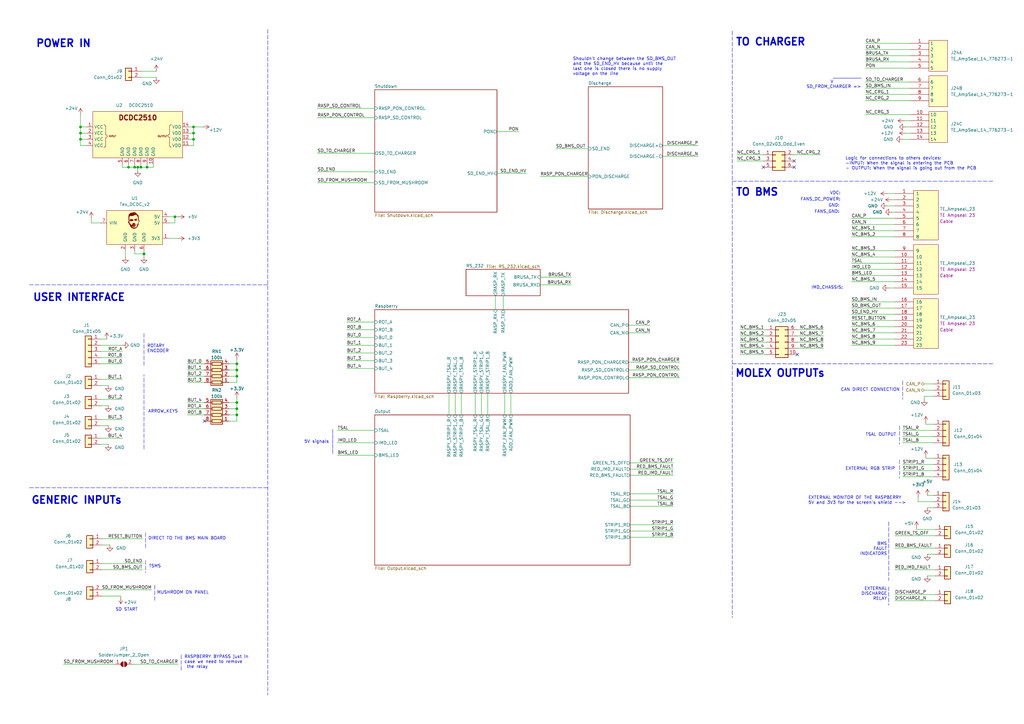
<source format=kicad_sch>
(kicad_sch (version 20211123) (generator eeschema)
  (paper "A3")
  (title_block (title "Handcart") (date "2021-11-11") (rev "v2") (company "E-Agle - TRT"))
  (lib_symbols
    (symbol "00_proj-lib:TE_Ampseal_23" (pin_names (offset 1.016))
      (property "Value" "TE_Ampseal_23" (at 6.35 1.27 0))
      (property "Connector" "TE Ampseal 23" (at 6.35 -1.27 0))
      (property "Type" "Cable" (at 6.35 -3.81 0))
      (symbol "TE_Ampseal_23_1_1"
        (pin passive line (at -12.7 8.89 0) (length 7.62) (name "1") (number "1"))
        (pin passive line (at -12.7 6.35 0) (length 7.62) (name "2") (number "2"))
        (pin passive line (at -12.7 3.81 0) (length 7.62) (name "3") (number "3"))
        (pin passive line (at -12.7 1.27 0) (length 7.62) (name "4") (number "4"))
        (pin passive line (at -12.7 -1.27 0) (length 7.62) (name "5") (number "5"))
        (pin passive line (at -12.7 -3.81 0) (length 7.62) (name "6") (number "6"))
        (pin passive line (at -12.7 -6.35 0) (length 7.62) (name "7") (number "7"))
        (pin passive line (at -12.7 -8.89 0) (length 7.62) (name "8") (number "8"))
      )
      (symbol "TE_Ampseal_23_2_1"
        (pin passive line (at -12.7 5.08 0) (length 7.62) (name "10") (number "10"))
        (pin passive line (at -12.7 2.54 0) (length 7.62) (name "11") (number "11"))
        (pin passive line (at -12.7 0 0) (length 7.62) (name "12") (number "12"))
        (pin passive line (at -12.7 -2.54 0) (length 7.62) (name "13") (number "13"))
        (pin passive line (at -12.7 -5.08 0) (length 7.62) (name "14") (number "14"))
        (pin passive line (at -12.7 -7.62 0) (length 7.62) (name "15") (number "15"))
        (pin passive line (at -12.7 7.62 0) (length 7.62) (name "9") (number "9"))
      )
      (symbol "TE_Ampseal_23_3_1"
        (pin passive line (at -12.7 8.89 0) (length 7.62) (name "16") (number "16"))
        (pin passive line (at -12.7 6.35 0) (length 7.62) (name "17") (number "17"))
        (pin passive line (at -12.7 3.81 0) (length 7.62) (name "18") (number "18"))
        (pin passive line (at -12.7 1.27 0) (length 7.62) (name "19") (number "19"))
        (pin passive line (at -12.7 -1.27 0) (length 7.62) (name "20") (number "20"))
        (pin passive line (at -12.7 -3.81 0) (length 7.62) (name "21") (number "21"))
        (pin passive line (at -12.7 -6.35 0) (length 7.62) (name "22") (number "22"))
        (pin passive line (at -12.7 -8.89 0) (length 7.62) (name "23") (number "23"))
      )
    )
    (symbol "Connector_Generic:Conn_01x02" (pin_names (offset 1.016) hide)
      (property "Reference" "J" (at 0 2.54 0))
      (property "Value" "Conn_01x02" (at 0 -5.08 0))
      (symbol "Conn_01x02_1_1"
        (pin passive line (at -5.08 0 0) (length 3.81) (name "Pin_1") (number "1"))
        (pin passive line (at -5.08 -2.54 0) (length 3.81) (name "Pin_2") (number "2"))
      )
    )
    (symbol "Connector_Generic:Conn_01x03" (pin_names (offset 1.016) hide)
      (property "Reference" "J" (at 0 5.08 0))
      (property "Value" "Conn_01x03" (at 0 -5.08 0))
      (symbol "Conn_01x03_1_1"
        (pin passive line (at -5.08 2.54 0) (length 3.81) (name "Pin_1") (number "1"))
        (pin passive line (at -5.08 0 0) (length 3.81) (name "Pin_2") (number "2"))
        (pin passive line (at -5.08 -2.54 0) (length 3.81) (name "Pin_3") (number "3"))
      )
    )
    (symbol "Connector_Generic:Conn_01x04" (pin_names (offset 1.016) hide)
      (property "Reference" "J" (at 0 5.08 0))
      (property "Value" "Conn_01x04" (at 0 -7.62 0))
      (symbol "Conn_01x04_1_1"
        (pin passive line (at -5.08 2.54 0) (length 3.81) (name "Pin_1") (number "1"))
        (pin passive line (at -5.08 0 0) (length 3.81) (name "Pin_2") (number "2"))
        (pin passive line (at -5.08 -2.54 0) (length 3.81) (name "Pin_3") (number "3"))
        (pin passive line (at -5.08 -5.08 0) (length 3.81) (name "Pin_4") (number "4"))
      )
    )
    (symbol "Connector_Generic:Conn_01x05" (pin_names (offset 1.016) hide)
      (property "Reference" "J" (at 0 7.62 0))
      (property "Value" "Conn_01x05" (at 0 -7.62 0))
      (symbol "Conn_01x05_1_1"
        (pin passive line (at -5.08 5.08 0) (length 3.81) (name "Pin_1") (number "1"))
        (pin passive line (at -5.08 2.54 0) (length 3.81) (name "Pin_2") (number "2"))
        (pin passive line (at -5.08 0 0) (length 3.81) (name "Pin_3") (number "3"))
        (pin passive line (at -5.08 -2.54 0) (length 3.81) (name "Pin_4") (number "4"))
        (pin passive line (at -5.08 -5.08 0) (length 3.81) (name "Pin_5") (number "5"))
      )
    )
    (symbol "Connector_Generic:Conn_02x03_Odd_Even" (pin_names (offset 1.016) hide)
      (property "Reference" "J" (at 1.27 5.08 0))
      (property "Value" "Conn_02x03_Odd_Even" (at 1.27 -5.08 0))
      (symbol "Conn_02x03_Odd_Even_1_1"
        (pin passive line (at -5.08 2.54 0) (length 3.81) (name "Pin_1") (number "1"))
        (pin passive line (at 7.62 2.54 180) (length 3.81) (name "Pin_2") (number "2"))
        (pin passive line (at -5.08 0 0) (length 3.81) (name "Pin_3") (number "3"))
        (pin passive line (at 7.62 0 180) (length 3.81) (name "Pin_4") (number "4"))
        (pin passive line (at -5.08 -2.54 0) (length 3.81) (name "Pin_5") (number "5"))
        (pin passive line (at 7.62 -2.54 180) (length 3.81) (name "Pin_6") (number "6"))
      )
    )
    (symbol "Connector_Generic:Conn_02x05_Top_Bottom" (pin_names (offset 1.016) hide)
      (property "Reference" "J" (at 1.27 7.62 0))
      (property "Value" "Conn_02x05_Top_Bottom" (at 1.27 -7.62 0))
      (symbol "Conn_02x05_Top_Bottom_1_1"
        (pin passive line (at -5.08 5.08 0) (length 3.81) (name "Pin_1") (number "1"))
        (pin passive line (at 7.62 -5.08 180) (length 3.81) (name "Pin_10") (number "10"))
        (pin passive line (at -5.08 2.54 0) (length 3.81) (name "Pin_2") (number "2"))
        (pin passive line (at -5.08 0 0) (length 3.81) (name "Pin_3") (number "3"))
        (pin passive line (at -5.08 -2.54 0) (length 3.81) (name "Pin_4") (number "4"))
        (pin passive line (at -5.08 -5.08 0) (length 3.81) (name "Pin_5") (number "5"))
        (pin passive line (at 7.62 5.08 180) (length 3.81) (name "Pin_6") (number "6"))
        (pin passive line (at 7.62 2.54 180) (length 3.81) (name "Pin_7") (number "7"))
        (pin passive line (at 7.62 0 180) (length 3.81) (name "Pin_8") (number "8"))
        (pin passive line (at 7.62 -2.54 180) (length 3.81) (name "Pin_9") (number "9"))
      )
    )
    (symbol "Device:R_Pack04" (pin_names (offset 0) hide)
      (property "Reference" "RN" (at -7.62 0 90))
      (property "Value" "R_Pack04" (at 5.08 0 90))
      (symbol "R_Pack04_1_1"
        (pin passive line (at -5.08 -5.08 90) (length 2.54) (name "R1.1") (number "1"))
        (pin passive line (at -2.54 -5.08 90) (length 2.54) (name "R2.1") (number "2"))
        (pin passive line (at 0 -5.08 90) (length 2.54) (name "R3.1") (number "3"))
        (pin passive line (at 2.54 -5.08 90) (length 2.54) (name "R4.1") (number "4"))
        (pin passive line (at 2.54 5.08 270) (length 2.54) (name "R4.2") (number "5"))
        (pin passive line (at 0 5.08 270) (length 2.54) (name "R3.2") (number "6"))
        (pin passive line (at -2.54 5.08 270) (length 2.54) (name "R2.2") (number "7"))
        (pin passive line (at -5.08 5.08 270) (length 2.54) (name "R1.2") (number "8"))
      )
    )
    (symbol "Eagle_Connectors:TE_AmpSeal_14_776273-1"
      (property "Reference" "J" (at 0 6.35 0))
      (property "Value" "TE_AmpSeal_14_776273-1" (at 0 -10.16 0))
      (symbol "TE_AmpSeal_14_776273-1_1_1"
        (pin passive line (at -10.16 3.81 0) (length 7.62) (name "1") (number "1"))
        (pin passive line (at -10.16 1.27 0) (length 7.62) (name "2") (number "2"))
        (pin passive line (at -10.16 -1.27 0) (length 7.62) (name "3") (number "3"))
        (pin passive line (at -10.16 -3.81 0) (length 7.62) (name "4") (number "4"))
        (pin passive line (at -10.16 -6.35 0) (length 7.62) (name "5") (number "5"))
      )
      (symbol "TE_AmpSeal_14_776273-1_2_1"
        (pin passive line (at -10.16 2.54 0) (length 7.62) (name "6") (number "6"))
        (pin passive line (at -10.16 0 0) (length 7.62) (name "7") (number "7"))
        (pin passive line (at -10.16 -2.54 0) (length 7.62) (name "8") (number "8"))
        (pin passive line (at -10.16 -5.08 0) (length 7.62) (name "9") (number "9"))
      )
      (symbol "TE_AmpSeal_14_776273-1_3_1"
        (pin passive line (at -10.16 3.81 0) (length 7.62) (name "10") (number "10"))
        (pin passive line (at -10.16 1.27 0) (length 7.62) (name "11") (number "11"))
        (pin passive line (at -10.16 -1.27 0) (length 7.62) (name "12") (number "12"))
        (pin passive line (at -10.16 -3.81 0) (length 7.62) (name "13") (number "13"))
        (pin passive line (at -10.16 -6.35 0) (length 7.62) (name "14") (number "14"))
      )
    )
    (symbol "Eagle_Main:DCDC2510"
      (property "Reference" "U" (at 0 2.54 0))
      (property "Value" "DCDC2510" (at 0 0.635 0))
      (symbol "DCDC2510_0_0"
        (text "DCDC2510" (at 0 -3.81 0) (effects (font (size 2 2) bold)))
        (text "INPUT" (at -10.414 -11.43 0) (effects (font (size 0.7 0.7) bold)))
        (text "OUTPUT" (at 10.16 -11.43 0) (effects (font (size 0.7 0.7) bold)))
      )
      (symbol "DCDC2510_1_1"
        (pin power_in line (at -20.955 -7.62 0) (length 2.54) (name "VCC") (number "1"))
        (pin power_in line (at 6.35 -22.86 90) (length 2.54) (name "GND") (number "10"))
        (pin power_out line (at 20.955 -15.24 180) (length 2.54) (name "VDD") (number "11"))
        (pin power_out line (at 20.955 -12.7 180) (length 2.54) (name "VDD") (number "12"))
        (pin power_out line (at 20.955 -10.16 180) (length 2.54) (name "VDD") (number "13"))
        (pin power_out line (at 20.955 -7.62 180) (length 2.54) (name "VDD") (number "14"))
        (pin power_in line (at -20.955 -10.16 0) (length 2.54) (name "VCC") (number "2"))
        (pin power_in line (at -20.955 -12.7 0) (length 2.54) (name "VCC") (number "3"))
        (pin power_in line (at -20.955 -15.24 0) (length 2.54) (name "VCC") (number "4"))
        (pin power_in line (at -6.35 -22.86 90) (length 2.54) (name "GND") (number "5"))
        (pin power_in line (at -3.81 -22.86 90) (length 2.54) (name "GND") (number "6"))
        (pin power_in line (at -1.27 -22.86 90) (length 2.54) (name "GND") (number "7"))
        (pin power_in line (at 1.27 -22.86 90) (length 2.54) (name "GND") (number "8"))
        (pin power_in line (at 3.81 -22.86 90) (length 2.54) (name "GND") (number "9"))
      )
    )
    (symbol "Eagle_Main:Tex_DCDC_v2" (pin_names (offset 1.016))
      (property "Reference" "U" (at -1.27 12.7 0))
      (property "Value" "Tex_DCDC_v2" (at -1.27 10.16 0))
      (symbol "Tex_DCDC_v2_1_1"
        (pin power_out line (at 13.97 -2.54 180) (length 2.54) (name "3V3") (number "1"))
        (pin power_out line (at -3.81 -7.62 90) (length 2.54) (name "GND") (number "2"))
        (pin power_out line (at 0 -7.62 90) (length 2.54) (name "GND") (number "3"))
        (pin power_out line (at 13.97 6.35 180) (length 2.54) (name "5V") (number "4"))
        (pin power_out line (at 13.97 3.81 180) (length 2.54) (name "5V") (number "5"))
        (pin power_out line (at 3.81 -7.62 90) (length 2.54) (name "GND") (number "6"))
        (pin power_in line (at -13.97 3.81 0) (length 2.54) (name "VIN") (number "7"))
      )
    )
    (symbol "Jumper:SolderJumper_2_Open" (pin_names (offset 0) hide)
      (property "Reference" "JP" (at 0 2.032 0))
      (property "Value" "SolderJumper_2_Open" (at 0 -2.54 0))
      (symbol "SolderJumper_2_Open_1_1"
        (pin passive line (at -3.81 0 0) (length 2.54) (name "A") (number "1"))
        (pin passive line (at 3.81 0 180) (length 2.54) (name "B") (number "2"))
      )
    )
    (symbol "power:+12V" (power) (pin_names (offset 0))
      (property "Value" "+12V" (at 0 3.556 0))
      (symbol "+12V_1_1"
        (pin power_in line (at 0 0 90) (length 0) hide (name "+12V") (number "1"))
      )
    )
    (symbol "power:+24V" (power) (pin_names (offset 0))
      (property "Value" "+24V" (at 0 3.556 0))
      (symbol "+24V_1_1"
        (pin power_in line (at 0 0 90) (length 0) hide (name "+24V") (number "1"))
      )
    )
    (symbol "power:+3.3V" (power) (pin_names (offset 0))
      (property "Value" "+3.3V" (at 0 3.556 0))
      (symbol "+3.3V_1_1"
        (pin power_in line (at 0 0 90) (length 0) hide (name "+3.3V") (number "1"))
      )
    )
    (symbol "power:+3V3" (power) (pin_names (offset 0))
      (property "Value" "+3V3" (at 0 3.556 0))
      (symbol "+3V3_1_1"
        (pin power_in line (at 0 0 90) (length 0) hide (name "+3V3") (number "1"))
      )
    )
    (symbol "power:+5V" (power) (pin_names (offset 0))
      (property "Value" "+5V" (at 0 3.556 0))
      (symbol "+5V_1_1"
        (pin power_in line (at 0 0 90) (length 0) hide (name "+5V") (number "1"))
      )
    )
    (symbol "power:GND" (power) (pin_names (offset 0))
      (property "Value" "GND" (at 0 -3.81 0))
      (symbol "GND_1_1"
        (pin power_in line (at 0 0 270) (length 0) hide (name "GND") (number "1"))
      )
    )
  )
  (junction (at 56.515 68.58))
  (junction (at 97.155 165.1))
  (junction (at 57.785 68.58))
  (junction (at 55.245 68.58))
  (junction (at 71.755 88.9))
  (junction (at 97.155 154.305))
  (junction (at 33.02 52.07))
  (junction (at 33.02 57.15))
  (junction (at 79.375 54.61))
  (junction (at 97.155 170.18))
  (junction (at 79.375 52.07))
  (junction (at 60.325 68.58))
  (junction (at 33.02 54.61))
  (junction (at 97.155 149.225))
  (junction (at 79.375 57.15))
  (junction (at 97.155 151.765))
  (junction (at 59.055 104.14))
  (junction (at 97.155 167.64))
  (junction (at 52.705 68.58))
  (no_connect (at 327.025 145.415))
  (no_connect (at 325.755 66.04))
  (no_connect (at 313.055 68.58))
  (no_connect (at 325.755 68.58))
  (no_connect (at 83.82 172.72))
  (wire (pts (xy 142.24 141.605) (xy 153.67 141.605)))
  (wire (pts (xy 327.025 135.255) (xy 337.82 135.255)))
  (wire (pts (xy 77.47 54.61) (xy 79.375 54.61)))
  (wire (pts (xy 363.855 79.375) (xy 367.03 79.375)))
  (wire (pts (xy 379.73 173.355) (xy 379.73 173.99)))
  (wire (pts (xy 59.055 102.87) (xy 59.055 104.14)))
  (wire (pts (xy 79.375 52.07) (xy 79.375 54.61)))
  (wire (pts (xy 97.155 156.845) (xy 97.155 154.305)))
  (wire (pts (xy 383.54 219.71) (xy 367.03 219.71)))
  (wire (pts (xy 93.98 149.225) (xy 97.155 149.225)))
  (wire (pts (xy 375.92 217.17) (xy 383.54 217.17)))
  (wire (pts (xy 76.835 170.18) (xy 83.82 170.18)))
  (wire (pts (xy 380.365 208.28) (xy 382.905 208.28)))
  (wire (pts (xy 276.225 220.345) (xy 258.445 220.345)))
  (wire (pts (xy 41.275 166.37) (xy 44.45 166.37)))
  (wire (pts (xy 35.56 59.69) (xy 33.02 59.69)))
  (wire (pts (xy 379.73 187.96) (xy 382.905 187.96)))
  (wire (pts (xy 130.175 70.485) (xy 153.67 70.485)))
  (wire (pts (xy 142.24 138.43) (xy 153.67 138.43)))
  (wire (pts (xy 376.555 203.835) (xy 376.555 205.74)))
  (polyline (pts (xy 364.49 213.995) (xy 364.49 238.125)))
  (wire (pts (xy 349.25 113.03) (xy 367.03 113.03)))
  (wire (pts (xy 93.98 151.765) (xy 97.155 151.765)))
  (wire (pts (xy 370.205 57.15) (xy 373.38 57.15)))
  (wire (pts (xy 52.705 68.58) (xy 55.245 68.58)))
  (wire (pts (xy 76.835 167.64) (xy 83.82 167.64)))
  (wire (pts (xy 130.175 48.26) (xy 153.67 48.26)))
  (wire (pts (xy 276.225 217.805) (xy 258.445 217.805)))
  (wire (pts (xy 41.91 223.52) (xy 45.085 223.52)))
  (wire (pts (xy 50.165 67.31) (xy 50.165 68.58)))
  (wire (pts (xy 57.785 68.58) (xy 60.325 68.58)))
  (wire (pts (xy 349.25 92.075) (xy 367.03 92.075)))
  (wire (pts (xy 41.275 141.605) (xy 50.165 141.605)))
  (wire (pts (xy 354.965 20.32) (xy 373.38 20.32)))
  (wire (pts (xy 41.91 220.98) (xy 58.42 220.98)))
  (wire (pts (xy 365.76 86.995) (xy 367.03 86.995)))
  (wire (pts (xy 271.78 59.69) (xy 286.385 59.69)))
  (wire (pts (xy 371.475 52.07) (xy 373.38 52.07)))
  (wire (pts (xy 349.25 102.87) (xy 367.03 102.87)))
  (wire (pts (xy 69.215 91.44) (xy 71.755 91.44)))
  (wire (pts (xy 130.175 62.865) (xy 153.67 62.865)))
  (wire (pts (xy 41.275 163.83) (xy 50.165 163.83)))
  (wire (pts (xy 97.155 149.225) (xy 97.155 147.32)))
  (wire (pts (xy 97.155 167.64) (xy 97.155 165.1)))
  (wire (pts (xy 37.465 91.44) (xy 41.275 91.44)))
  (wire (pts (xy 41.275 144.145) (xy 50.165 144.145)))
  (wire (pts (xy 189.23 161.29) (xy 189.23 170.18)))
  (wire (pts (xy 376.555 205.74) (xy 382.905 205.74)))
  (wire (pts (xy 55.245 102.87) (xy 55.245 104.14)))
  (wire (pts (xy 303.53 137.795) (xy 314.325 137.795)))
  (wire (pts (xy 59.055 104.14) (xy 59.055 105.41)))
  (wire (pts (xy 349.25 94.615) (xy 367.03 94.615)))
  (wire (pts (xy 76.835 149.225) (xy 83.82 149.225)))
  (wire (pts (xy 203.835 71.12) (xy 215.9 71.12)))
  (wire (pts (xy 276.225 202.565) (xy 258.445 202.565)))
  (wire (pts (xy 33.02 54.61) (xy 33.02 57.15)))
  (wire (pts (xy 370.205 181.61) (xy 382.905 181.61)))
  (wire (pts (xy 77.47 59.69) (xy 79.375 59.69)))
  (wire (pts (xy 354.965 46.99) (xy 373.38 46.99)))
  (wire (pts (xy 41.275 139.065) (xy 43.815 139.065)))
  (polyline (pts (xy 368.935 174.625) (xy 368.935 182.245)))
  (wire (pts (xy 354.965 41.275) (xy 373.38 41.275)))
  (wire (pts (xy 41.275 158.115) (xy 44.45 158.115)))
  (wire (pts (xy 64.135 29.21) (xy 57.785 29.21)))
  (wire (pts (xy 76.835 154.305) (xy 83.82 154.305)))
  (wire (pts (xy 76.835 156.845) (xy 83.82 156.845)))
  (wire (pts (xy 354.965 27.94) (xy 373.38 27.94)))
  (polyline (pts (xy 370.205 156.21) (xy 370.205 163.83)))
  (wire (pts (xy 142.24 144.78) (xy 153.67 144.78)))
  (wire (pts (xy 97.155 151.765) (xy 97.155 149.225)))
  (wire (pts (xy 258.445 192.405) (xy 276.225 192.405)))
  (wire (pts (xy 276.225 215.265) (xy 258.445 215.265)))
  (wire (pts (xy 354.965 22.86) (xy 373.38 22.86)))
  (wire (pts (xy 349.25 89.535) (xy 367.03 89.535)))
  (polyline (pts (xy 59.69 218.44) (xy 59.69 224.79)))
  (wire (pts (xy 349.25 110.49) (xy 367.03 110.49)))
  (wire (pts (xy 58.42 231.14) (xy 41.91 231.14)))
  (wire (pts (xy 370.205 190.5) (xy 382.905 190.5)))
  (wire (pts (xy 54.61 272.415) (xy 73.025 272.415)))
  (wire (pts (xy 257.81 136.525) (xy 266.7 136.525)))
  (wire (pts (xy 37.465 89.535) (xy 37.465 91.44)))
  (wire (pts (xy 303.53 142.875) (xy 314.325 142.875)))
  (wire (pts (xy 55.245 67.31) (xy 55.245 68.58)))
  (wire (pts (xy 383.54 236.22) (xy 380.365 236.22)))
  (polyline (pts (xy 12.065 116.84) (xy 109.855 116.84)))
  (wire (pts (xy 77.47 57.15) (xy 79.375 57.15)))
  (wire (pts (xy 364.49 118.11) (xy 367.03 118.11)))
  (wire (pts (xy 194.945 161.29) (xy 194.945 170.18)))
  (wire (pts (xy 221.615 72.39) (xy 241.3 72.39)))
  (wire (pts (xy 382.905 162.56) (xy 379.095 162.56)))
  (wire (pts (xy 69.215 97.79) (xy 73.025 97.79)))
  (wire (pts (xy 209.55 161.29) (xy 209.55 170.18)))
  (wire (pts (xy 41.275 174.625) (xy 44.45 174.625)))
  (wire (pts (xy 258.445 205.105) (xy 276.225 205.105)))
  (wire (pts (xy 186.69 161.29) (xy 186.69 170.18)))
  (wire (pts (xy 41.275 179.705) (xy 50.165 179.705)))
  (polyline (pts (xy 300.355 12.7) (xy 300.355 253.365)))
  (polyline (pts (xy 300.355 149.225) (xy 407.67 149.225)))
  (wire (pts (xy 379.73 187.325) (xy 379.73 187.96)))
  (wire (pts (xy 52.705 67.31) (xy 52.705 68.58)))
  (wire (pts (xy 33.02 57.15) (xy 33.02 59.69)))
  (wire (pts (xy 97.155 170.18) (xy 97.155 167.64)))
  (wire (pts (xy 62.865 67.31) (xy 62.865 68.58)))
  (wire (pts (xy 302.26 63.5) (xy 313.055 63.5)))
  (wire (pts (xy 51.435 102.87) (xy 51.435 105.41)))
  (wire (pts (xy 349.25 105.41) (xy 367.03 105.41)))
  (wire (pts (xy 349.25 123.825) (xy 367.03 123.825)))
  (polyline (pts (xy 368.935 188.595) (xy 368.935 196.215)))
  (polyline (pts (xy 59.055 184.15) (xy 59.055 153.67)))
  (wire (pts (xy 203.2 121.285) (xy 203.2 127)))
  (wire (pts (xy 41.275 182.245) (xy 44.45 182.245)))
  (wire (pts (xy 383.54 233.68) (xy 367.03 233.68)))
  (wire (pts (xy 327.025 142.875) (xy 337.82 142.875)))
  (wire (pts (xy 258.445 189.865) (xy 276.225 189.865)))
  (wire (pts (xy 93.98 165.1) (xy 97.155 165.1)))
  (wire (pts (xy 69.215 88.9) (xy 71.755 88.9)))
  (wire (pts (xy 138.43 181.61) (xy 153.67 181.61)))
  (wire (pts (xy 142.24 135.255) (xy 153.67 135.255)))
  (wire (pts (xy 349.25 141.605) (xy 367.03 141.605)))
  (wire (pts (xy 33.02 52.07) (xy 35.56 52.07)))
  (wire (pts (xy 41.275 149.225) (xy 50.165 149.225)))
  (wire (pts (xy 55.245 104.14) (xy 59.055 104.14)))
  (wire (pts (xy 142.24 151.13) (xy 153.67 151.13)))
  (wire (pts (xy 33.02 57.15) (xy 35.56 57.15)))
  (wire (pts (xy 93.98 156.845) (xy 97.155 156.845)))
  (wire (pts (xy 184.15 161.29) (xy 184.15 170.18)))
  (wire (pts (xy 257.81 148.59) (xy 278.765 148.59)))
  (wire (pts (xy 349.25 133.985) (xy 367.03 133.985)))
  (wire (pts (xy 71.755 88.9) (xy 73.025 88.9)))
  (wire (pts (xy 349.25 97.155) (xy 367.03 97.155)))
  (wire (pts (xy 142.24 132.08) (xy 153.67 132.08)))
  (wire (pts (xy 26.035 272.415) (xy 46.99 272.415)))
  (wire (pts (xy 370.205 176.53) (xy 382.905 176.53)))
  (wire (pts (xy 97.155 165.1) (xy 97.155 163.195)))
  (wire (pts (xy 200.025 161.29) (xy 200.025 170.18)))
  (wire (pts (xy 57.785 67.31) (xy 57.785 68.58)))
  (polyline (pts (xy 109.855 12.065) (xy 109.855 285.115)))
  (wire (pts (xy 60.325 68.58) (xy 62.865 68.58)))
  (wire (pts (xy 349.25 131.445) (xy 367.03 131.445)))
  (wire (pts (xy 41.275 155.575) (xy 50.165 155.575)))
  (wire (pts (xy 33.02 46.99) (xy 33.02 52.07)))
  (wire (pts (xy 130.175 74.93) (xy 153.67 74.93)))
  (wire (pts (xy 370.205 195.58) (xy 382.905 195.58)))
  (wire (pts (xy 33.02 54.61) (xy 35.56 54.61)))
  (wire (pts (xy 349.25 115.57) (xy 367.03 115.57)))
  (wire (pts (xy 365.76 81.915) (xy 367.03 81.915)))
  (wire (pts (xy 79.375 54.61) (xy 79.375 57.15)))
  (polyline (pts (xy 12.065 200.025) (xy 109.855 200.025)))
  (wire (pts (xy 41.275 146.685) (xy 50.165 146.685)))
  (wire (pts (xy 76.835 151.765) (xy 83.82 151.765)))
  (wire (pts (xy 349.25 126.365) (xy 367.03 126.365)))
  (wire (pts (xy 221.615 113.665) (xy 234.315 113.665)))
  (wire (pts (xy 354.965 36.195) (xy 373.38 36.195)))
  (wire (pts (xy 58.42 233.68) (xy 41.91 233.68)))
  (wire (pts (xy 49.53 245.11) (xy 49.53 244.475)))
  (wire (pts (xy 142.24 147.955) (xy 153.67 147.955)))
  (wire (pts (xy 349.25 136.525) (xy 367.03 136.525)))
  (wire (pts (xy 375.92 216.535) (xy 375.92 217.17)))
  (wire (pts (xy 258.445 207.645) (xy 276.225 207.645)))
  (wire (pts (xy 64.135 31.75) (xy 57.785 31.75)))
  (wire (pts (xy 227.965 60.96) (xy 241.3 60.96)))
  (wire (pts (xy 325.755 63.5) (xy 336.55 63.5)))
  (wire (pts (xy 77.47 52.07) (xy 79.375 52.07)))
  (wire (pts (xy 56.515 68.58) (xy 57.785 68.58)))
  (wire (pts (xy 76.835 165.1) (xy 83.82 165.1)))
  (wire (pts (xy 370.84 49.53) (xy 373.38 49.53)))
  (wire (pts (xy 49.53 244.475) (xy 41.91 244.475)))
  (wire (pts (xy 55.245 68.58) (xy 56.515 68.58)))
  (wire (pts (xy 271.78 64.135) (xy 286.385 64.135)))
  (wire (pts (xy 56.515 68.58) (xy 56.515 69.85)))
  (wire (pts (xy 302.26 66.04) (xy 313.055 66.04)))
  (polyline (pts (xy 300.355 74.295) (xy 407.67 74.295)))
  (wire (pts (xy 327.025 140.335) (xy 337.82 140.335)))
  (polyline (pts (xy 59.055 149.86) (xy 59.055 136.525)))
  (wire (pts (xy 207.01 161.29) (xy 207.01 170.18)))
  (wire (pts (xy 303.53 145.415) (xy 314.325 145.415)))
  (wire (pts (xy 50.165 68.58) (xy 52.705 68.58)))
  (wire (pts (xy 79.375 52.07) (xy 83.185 52.07)))
  (wire (pts (xy 138.43 186.69) (xy 153.67 186.69)))
  (wire (pts (xy 33.02 52.07) (xy 33.02 54.61)))
  (wire (pts (xy 383.54 243.84) (xy 367.03 243.84)))
  (wire (pts (xy 79.375 57.15) (xy 79.375 59.69)))
  (wire (pts (xy 93.98 170.18) (xy 97.155 170.18)))
  (wire (pts (xy 370.205 193.04) (xy 382.905 193.04)))
  (wire (pts (xy 327.025 137.795) (xy 337.82 137.795)))
  (wire (pts (xy 380.365 203.2) (xy 382.905 203.2)))
  (wire (pts (xy 354.965 38.735) (xy 373.38 38.735)))
  (wire (pts (xy 379.095 157.48) (xy 382.905 157.48)))
  (wire (pts (xy 258.445 194.945) (xy 276.225 194.945)))
  (wire (pts (xy 97.155 172.72) (xy 97.155 170.18)))
  (wire (pts (xy 97.155 154.305) (xy 97.155 151.765)))
  (polyline (pts (xy 59.69 229.87) (xy 59.69 234.95)))
  (wire (pts (xy 221.615 116.84) (xy 234.315 116.84)))
  (wire (pts (xy 197.485 161.29) (xy 197.485 170.18)))
  (wire (pts (xy 379.73 173.99) (xy 382.905 173.99)))
  (wire (pts (xy 206.375 121.285) (xy 206.375 127)))
  (wire (pts (xy 203.835 53.975) (xy 212.725 53.975)))
  (wire (pts (xy 349.25 107.95) (xy 367.03 107.95)))
  (wire (pts (xy 93.98 172.72) (xy 97.155 172.72)))
  (polyline (pts (xy 74.295 268.605) (xy 74.295 274.955)))
  (polyline (pts (xy 364.49 240.665) (xy 364.49 248.285)))
  (wire (pts (xy 71.755 91.44) (xy 71.755 88.9)))
  (wire (pts (xy 257.81 151.765) (xy 278.765 151.765)))
  (wire (pts (xy 60.325 67.31) (xy 60.325 68.58)))
  (wire (pts (xy 379.095 160.02) (xy 382.905 160.02)))
  (wire (pts (xy 370.205 179.07) (xy 382.905 179.07)))
  (wire (pts (xy 383.54 224.79) (xy 367.03 224.79)))
  (wire (pts (xy 257.81 154.94) (xy 278.765 154.94)))
  (wire (pts (xy 349.25 128.905) (xy 367.03 128.905)))
  (wire (pts (xy 93.98 154.305) (xy 97.155 154.305)))
  (wire (pts (xy 379.095 162.56) (xy 379.095 163.83)))
  (wire (pts (xy 303.53 135.255) (xy 314.325 135.255)))
  (wire (pts (xy 138.43 176.53) (xy 153.67 176.53)))
  (wire (pts (xy 371.475 54.61) (xy 373.38 54.61)))
  (wire (pts (xy 257.81 133.35) (xy 266.7 133.35)))
  (wire (pts (xy 354.965 17.78) (xy 373.38 17.78)))
  (polyline (pts (xy 63.5 240.03) (xy 63.5 246.38)))
  (wire (pts (xy 93.98 167.64) (xy 97.155 167.64)))
  (wire (pts (xy 383.54 246.38) (xy 367.03 246.38)))
  (wire (pts (xy 62.23 241.935) (xy 41.91 241.935)))
  (wire (pts (xy 349.25 139.065) (xy 367.03 139.065)))
  (wire (pts (xy 130.175 44.45) (xy 153.67 44.45)))
  (wire (pts (xy 363.855 84.455) (xy 367.03 84.455)))
  (wire (pts (xy 354.965 33.655) (xy 373.38 33.655)))
  (wire (pts (xy 354.965 25.4) (xy 373.38 25.4)))
  (wire (pts (xy 41.275 172.085) (xy 50.165 172.085)))
  (wire (pts (xy 383.54 227.33) (xy 380.365 227.33)))
  (wire (pts (xy 303.53 140.335) (xy 314.325 140.335)))
  (text "ARROW_KEYS" (at 73.025 169.545 180) (effects (font (size 1.27 1.27)) (justify right bottom)))
  (text "POWER IN" (at 14.605 19.685 0) (effects (font (size 2.9972 2.9972) (thickness 0.5994) bold) (justify left bottom)))
  (text "EXTERNAL MONITOR OF THE RASPBERRY\n5V and 3V3 for the screen's shield -->" (at 331.47 207.01 0) (effects (font (size 1.27 1.27)) (justify left bottom)))
  (text "BMS\nFAULT\nINDICATORS" (at 363.855 227.965 180) (effects (font (size 1.27 1.27)) (justify right bottom)))
  (text "MUSHROOM ON PANEL" (at 85.725 243.84 180) (effects (font (size 1.27 1.27)) (justify right bottom)))
  (text "TO BMS" (at 319.405 80.645 180) (effects (font (size 2.9972 2.9972) (thickness 0.5994) bold) (justify right bottom)))
  (text "FANS_GND:" (at 334.01 87.63 0) (effects (font (size 1.27 1.27)) (justify left bottom)))
  (text "TO CHARGER" (at 301.625 19.05 0) (effects (font (size 2.9972 2.9972) (thickness 0.5994) bold) (justify left bottom)))
  (text "EXTERNAL\nDISCHARGE\nRELAY" (at 363.855 246.38 180) (effects (font (size 1.27 1.27)) (justify right bottom)))
  (text "		 ____________\n		V\nSD_FROM_CHARGER =>\n" (at 330.7298 36.4253 0) (effects (font (size 1.27 1.27)) (justify left bottom)))
  (text "SD START" (at 56.515 250.825 180) (effects (font (size 1.27 1.27)) (justify right bottom)))
  (text "ROTARY\nENCODER" (at 60.325 144.78 0) (effects (font (size 1.27 1.27)) (justify left bottom)))
  (text "MOLEX OUTPUTs" (at 338.455 154.94 180) (effects (font (size 2.9972 2.9972) (thickness 0.5994) bold) (justify right bottom)))
  (text "TSMS" (at 66.04 233.045 180) (effects (font (size 1.27 1.27)) (justify right bottom)))
  (text "RASPBERRY BYPASS just in\ncase we need to remove\n the relay" (at 75.565 274.32 0) (effects (font (size 1.27 1.27)) (justify left bottom)))
  (text "GENERIC INPUTs" (at 12.7 207.01 0) (effects (font (size 2.9972 2.9972) (thickness 0.5994) bold) (justify left bottom)))
  (text "TSAL OUTPUT" (at 354.965 179.07 0) (effects (font (size 1.27 1.27)) (justify left bottom)))
  (text "VDC:" (at 340.36 80.01 0) (effects (font (size 1.27 1.27)) (justify left bottom)))
  (text "FANS_DC_POWER:" (at 328.295 82.55 0) (effects (font (size 1.27 1.27)) (justify left bottom)))
  (text "DIRECT TO THE BMS MAIN BOARD" (at 92.71 221.615 180) (effects (font (size 1.27 1.27)) (justify right bottom)))
  (text "Logic for connections to others devices:\n-INPUT: When the signal is entering the PCB\n- OUTPUT: When the signal is going out from the PCB" (at 346.71 69.85 0) (effects (font (size 1.27 1.27)) (justify left bottom)))
  (text "|\n|\n5V signals |\n|\n|" (at 137.16 186.055 180) (effects (font (size 1.27 1.27)) (justify right bottom)))
  (text "GND:" (at 339.725 85.09 0) (effects (font (size 1.27 1.27)) (justify left bottom)))
  (text "CAN DIRECT CONNECTION" (at 344.805 160.655 0) (effects (font (size 1.27 1.27)) (justify left bottom)))
  (text "IMD_CHASSIS:" (at 332.74 118.745 0) (effects (font (size 1.27 1.27)) (justify left bottom)))
  (text "EXTERNAL RGB STRIP" (at 346.71 193.04 0) (effects (font (size 1.27 1.27)) (justify left bottom)))
  (text "Shouldn't change between the SD_BMS_OUT\nand the SD_END_HV because until the \nlast one is closed there is no supply\nvoltage on the line " (at 234.95 31.115 0) (effects (font (size 1.27 1.27)) (justify left bottom)))
  (text "USER INTERFACE" (at 13.335 123.825 0) (effects (font (size 2.9972 2.9972) (thickness 0.5994) bold) (justify left bottom)))
  (label "TSAL" (at 349.25 107.95 0))
  (label "TSAL" (at 138.43 176.53 0))
  (label "BRUSA_TX" (at 354.965 22.86 0))
  (label "BUT_4" (at 50.165 179.705 180))
  (label "RASP_SD_CONTROL" (at 130.175 44.45 0))
  (label "BUT_1" (at 50.165 155.575 180))
  (label "RESET_BUTTON" (at 349.25 131.445 0))
  (label "BUT_2" (at 142.24 144.78 0))
  (label "BMS_LED" (at 138.43 186.69 0))
  (label "SD_BMS_IN" (at 349.25 123.825 0))
  (label "BUT_3" (at 142.24 147.955 0))
  (label "RESET_BUTTON" (at 58.42 220.98 180))
  (label "BUT_3" (at 50.165 172.085 180))
  (label "NC_BMS_2" (at 303.53 137.795 0))
  (label "NC_BMS_3" (at 303.53 140.335 0))
  (label "TSAL_B" (at 276.225 207.645 180))
  (label "NC_BMS_6" (at 337.82 135.255 180))
  (label "BUT_2" (at 76.835 154.305 0))
  (label "BUT_2" (at 50.165 163.83 180))
  (label "RASP_SD_CONTROL" (at 278.765 151.765 180))
  (label "BUT_0" (at 142.24 138.43 0))
  (label "PON" (at 354.965 27.94 0))
  (label "NC_BMS_9" (at 337.82 142.875 180))
  (label "CAN_N" (at 349.25 92.075 0))
  (label "TSAL_B" (at 370.205 181.61 0))
  (label "ROT_A" (at 76.835 167.64 0))
  (label "NC_BMS_9" (at 349.25 141.605 0))
  (label "IMD_LED" (at 349.25 110.49 0))
  (label "ROT_B" (at 142.24 135.255 0))
  (label "NC_CRG_3" (at 302.26 66.04 0))
  (label "SD_BMS_OUT" (at 349.25 126.365 0))
  (label "BUT_1" (at 142.24 141.605 0))
  (label "DISCHARGE_P" (at 286.385 59.69 180))
  (label "ROT_A" (at 142.24 132.08 0))
  (label "TSAL_R" (at 276.225 202.565 180))
  (label "SD_FROM_MUSHROOM" (at 62.23 241.935 180))
  (label "CAN_P" (at 266.7 133.35 180))
  (label "BUT_4" (at 76.835 165.1 0))
  (label "SD_END_HV" (at 349.25 128.905 0))
  (label "NC_BMS_1" (at 349.25 94.615 0))
  (label "STRIP1_B" (at 276.225 220.345 180))
  (label "NC_CRG_3" (at 354.965 46.99 0))
  (label "NC_BMS_5" (at 349.25 115.57 0))
  (label "TSAL_G" (at 276.225 205.105 180))
  (label "RASP_PON_CHARGER" (at 221.615 72.39 0))
  (label "SD_BMS_OUT" (at 58.42 233.68 180))
  (label "NC_CRG_1" (at 302.26 63.5 0))
  (label "BRUSA_TX" (at 234.315 113.665 180))
  (label "DISCHARGE_N" (at 367.03 246.38 0))
  (label "BMS_LED" (at 349.25 113.03 0))
  (label "GREEN_TS_OFF" (at 276.225 189.865 180))
  (label "NC_BMS_2" (at 349.25 97.155 0))
  (label "SD_FROM_MUSHROOM" (at 26.035 272.415 0))
  (label "BUT_1" (at 76.835 151.765 0))
  (label "RED_BMS_FAULT" (at 367.03 224.79 0))
  (label "STRIP1_R" (at 276.225 215.265 180))
  (label "NC_BMS_8" (at 337.82 140.335 180))
  (label "STRIP1_G" (at 370.205 193.04 0))
  (label "CAN_N" (at 266.7 136.525 180))
  (label "NC_BMS_4" (at 349.25 105.41 0))
  (label "CAN_N" (at 354.965 20.32 0))
  (label "CAN_P" (at 354.965 17.78 0))
  (label "DISCHARGE_N" (at 286.385 64.135 180))
  (label "TSAL_G" (at 370.205 179.07 0))
  (label "BRUSA_RX" (at 234.315 116.84 180))
  (label "SD_END_HV" (at 215.9 71.12 180))
  (label "RED_IMD_FAULT" (at 367.03 233.68 0))
  (label "STRIP1_G" (at 276.225 217.805 180))
  (label "RED_IMD_FAULT" (at 276.225 194.945 180))
  (label "NC_CRG_2" (at 336.55 63.5 180))
  (label "PON" (at 212.725 53.975 180))
  (label "RASP_PON_CONTROL" (at 278.765 154.94 180))
  (label "BUT_0" (at 50.165 149.225 180))
  (label "BUT_4" (at 142.24 151.13 0))
  (label "SD_TO_CHARGER" (at 130.175 62.865 0))
  (label "ROT_B" (at 76.835 170.18 0))
  (label "SD_FROM_MUSHROOM" (at 130.175 74.93 0))
  (label "GREEN_TS_OFF" (at 367.03 219.71 0))
  (label "NC_CRG_2" (at 354.965 41.275 0))
  (label "STRIP1_R" (at 370.205 190.5 0))
  (label "NC_BMS_5" (at 303.53 145.415 0))
  (label "BUT_0" (at 76.835 149.225 0))
  (label "ROT_B" (at 50.165 146.685 180))
  (label "BUT_3" (at 76.835 156.845 0))
  (label "ROT_A" (at 50.165 144.145 180))
  (label "NC_CRG_1" (at 354.965 38.735 0))
  (label "BRUSA_RX" (at 354.965 25.4 0))
  (label "CAN_P" (at 349.25 89.535 0))
  (label "RED_BMS_FAULT" (at 276.225 192.405 180))
  (label "SD_END" (at 130.175 70.485 0))
  (label "NC_BMS_8" (at 349.25 139.065 0))
  (label "SD_TO_CHARGER" (at 354.965 33.655 0))
  (label "RASP_PON_CHARGER" (at 278.765 148.59 180))
  (label "NC_BMS_3" (at 349.25 102.87 0))
  (label "SD_BMS_IN" (at 354.965 36.195 0))
  (label "SD_TO_CHARGER" (at 73.025 272.415 180))
  (label "NC_BMS_7" (at 349.25 136.525 0))
  (label "NC_BMS_7" (at 337.82 137.795 180))
  (label "TSAL_R" (at 370.205 176.53 0))
  (label "NC_BMS_4" (at 303.53 142.875 0))
  (label "SD_BMS_OUT" (at 227.965 60.96 0))
  (label "STRIP1_B" (at 370.205 195.58 0))
  (label "NC_BMS_1" (at 303.53 135.255 0))
  (label "SD_END" (at 58.42 231.14 180))
  (label "NC_BMS_6" (at 349.25 133.985 0))
  (label "DISCHARGE_P" (at 367.03 243.84 0))
  (label "IMD_LED" (at 138.43 181.61 0))
  (label "RASP_PON_CONTROL" (at 130.175 48.26 0))
  (hierarchical_label "CAN_P" (shape bidirectional) (at 379.095 157.48 180))
  (hierarchical_label "CAN_N" (shape bidirectional) (at 379.095 160.02 180))
  (symbol (lib_id "power:GND") (at 50.165 141.605 90) (unit 1)
    (property "Reference" "#PWR0104" (effects hide))
    (property "Value" "GND" (at 53.34 141.6049 90) (effects (justify right)))
  )
  (symbol (lib_id "Eagle_Main:DCDC2510") (at 56.515 44.45 0) (unit 1)
    (property "Reference" "U2" (at 48.895 43.18 0))
    (property "Value" "DCDC2510" (at 57.785 43.18 0))
    (property "Footprint" "Eagle_Main:DCDC2510_Horizontal" (effects hide))
  )
  (symbol (lib_id "Connector_Generic:Conn_01x03") (at 387.985 160.02 0) (unit 1)
    (property "Reference" "J11" (at 390.525 158.7499 0) (effects (justify left)))
    (property "Value" "Conn_01x03" (at 390.525 161.2899 0) (effects (justify left)))
    (property "Footprint" "Connector_Molex:Molex_Micro-Fit_3.0_43650-0300_1x03_P3.00mm_Horizontal" (effects hide))
  )
  (symbol (lib_id "power:+12V") (at 363.855 79.375 90) (unit 1)
    (property "Reference" "#PWR0131" (effects hide))
    (property "Value" "+12V" (at 359.41 79.375 90) (effects (justify left)))
  )
  (symbol (lib_id "power:+12V") (at 379.73 187.325 0) (unit 1)
    (property "Reference" "#PWR0132" (effects hide))
    (property "Value" "+12V" (at 373.38 184.15 0) (effects (justify left)))
  )
  (symbol (lib_id "power:GND") (at 64.135 31.75 0) (mirror y) (unit 1)
    (property "Reference" "#PWR0103" (effects hide))
    (property "Value" "GND" (at 60.325 34.29 0))
  )
  (symbol (lib_id "power:GND") (at 379.095 163.83 0) (unit 1)
    (property "Reference" "#PWR0125" (effects hide))
    (property "Value" "GND" (at 373.38 165.1 0) (effects (justify left)))
  )
  (symbol (lib_id "Connector_Generic:Conn_01x02") (at 36.83 244.475 180) (unit 1)
    (property "Reference" "J8" (at 27.94 245.745 0))
    (property "Value" "Conn_01x02" (at 27.94 243.205 0))
    (property "Footprint" "Connector_Molex:Molex_Micro-Fit_3.0_43650-0215_1x02_P3.00mm_Vertical" (effects hide))
  )
  (symbol (lib_id "Connector_Generic:Conn_01x04") (at 387.985 190.5 0) (unit 1)
    (property "Reference" "J13" (at 391.16 190.4999 0) (effects (justify left)))
    (property "Value" "Conn_01x04" (at 391.16 193.0399 0) (effects (justify left)))
    (property "Footprint" "Connector_Molex:Molex_Micro-Fit_3.0_43650-0400_1x04_P3.00mm_Horizontal" (effects hide))
  )
  (symbol (lib_id "power:GND") (at 44.45 174.625 0) (unit 1)
    (property "Reference" "#PWR0106" (effects hide))
    (property "Value" "GND" (at 46.99 175.8949 0) (effects (justify left)))
  )
  (symbol (lib_id "power:+5V") (at 375.92 216.535 0) (unit 1)
    (property "Reference" "#PWR0134" (effects hide))
    (property "Value" "+5V" (at 372.745 214.63 0))
  )
  (symbol (lib_id "Connector_Generic:Conn_01x03") (at 387.985 205.74 0) (unit 1)
    (property "Reference" "J14" (at 390.525 205.7399 0) (effects (justify left)))
    (property "Value" "Conn_01x03" (at 390.525 208.2799 0) (effects (justify left)))
    (property "Footprint" "Connector_Molex:Molex_Micro-Fit_3.0_43650-0315_1x03_P3.00mm_Vertical" (effects hide))
  )
  (symbol (lib_id "power:GND") (at 380.365 227.33 0) (mirror y) (unit 1)
    (property "Reference" "#PWR0138" (effects hide))
    (property "Value" "GND" (at 377.825 228.5999 0) (effects (justify left)))
  )
  (symbol (lib_id "power:+5V") (at 73.025 88.9 270) (unit 1)
    (property "Reference" "#PWR0110" (effects hide))
    (property "Value" "+5V" (at 76.835 88.8999 90) (effects (justify left)))
  )
  (symbol (lib_id "power:GND") (at 380.365 208.28 0) (unit 1)
    (property "Reference" "#PWR0133" (effects hide))
    (property "Value" "GND" (at 380.365 212.725 0))
  )
  (symbol (lib_id "power:GND") (at 364.49 118.11 270) (unit 1)
    (property "Reference" "#PWR0122" (effects hide))
    (property "Value" "GND" (at 360.68 118.1099 90) (effects (justify right)))
  )
  (symbol (lib_id "Eagle_Connectors:TE_AmpSeal_14_776273-1") (at 383.54 21.59 0) (unit 1)
    (property "Reference" "J24" (at 389.89 21.5899 0) (effects (justify left)))
    (property "Value" "TE_AmpSeal_14_776273-1" (at 389.89 24.1299 0) (effects (justify left)))
    (property "Footprint" "00_proj-lib:TE_776266-4" (effects hide))
  )
  (symbol (lib_id "power:+12V") (at 83.185 52.07 270) (unit 1)
    (property "Reference" "#PWR0101" (effects hide))
    (property "Value" "+12V" (at 85.725 53.34 90) (effects (justify left)))
  )
  (symbol (lib_id "Connector_Generic:Conn_01x02") (at 388.62 243.84 0) (unit 1)
    (property "Reference" "J18" (at 397.51 242.57 0))
    (property "Value" "Conn_01x02" (at 397.51 245.11 0))
    (property "Footprint" "Connector_Molex:Molex_Micro-Fit_3.0_43650-0200_1x02_P3.00mm_Horizontal" (effects hide))
  )
  (symbol (lib_id "power:+12V") (at 379.73 173.355 0) (unit 1)
    (property "Reference" "#PWR0126" (effects hide))
    (property "Value" "+12V" (at 373.38 170.18 0) (effects (justify left)))
  )
  (symbol (lib_id "Connector_Generic:Conn_01x02") (at 36.195 163.83 0) (mirror y) (unit 1)
    (property "Reference" "J3" (at 27.305 162.56 0))
    (property "Value" "Conn_01x02" (at 27.305 165.1 0))
    (property "Footprint" "Connector_Molex:Molex_Micro-Fit_3.0_43650-0215_1x02_P3.00mm_Vertical" (effects hide))
  )
  (symbol (lib_id "power:+24V") (at 365.76 81.915 90) (mirror x) (unit 1)
    (property "Reference" "#PWR0123" (effects hide))
    (property "Value" "+24V" (at 356.87 81.915 90) (effects (justify right)))
  )
  (symbol (lib_id "00_proj-lib:TE_Ampseal_23") (at 379.73 88.265 0) (unit 1)
    (property "Reference" "J132" (effects hide))
    (property "Value" "TE_Ampseal_23" (at 385.445 85.7249 0) (effects (justify left)))
    (property "Footprint" "Eagle_Connectors:TE_1-776228-4" (effects hide))
    (property "Connector" "TE Ampseal 23" (at 385.445 88.2649 0) (effects (justify left)))
    (property "Type" "Cable" (at 385.445 90.8049 0) (effects (justify left)))
  )
  (symbol (lib_id "Connector_Generic:Conn_01x05") (at 36.195 144.145 0) (mirror y) (unit 1)
    (property "Reference" "J1" (at 35.56 133.35 0))
    (property "Value" "Conn_01x05" (at 35.56 135.89 0))
    (property "Footprint" "Connector_Molex:Molex_Micro-Fit_3.0_43650-0515_1x05_P3.00mm_Vertical" (effects hide))
  )
  (symbol (lib_id "Connector_Generic:Conn_01x02") (at 36.83 220.98 0) (mirror y) (unit 1)
    (property "Reference" "J6" (at 27.94 219.71 0))
    (property "Value" "Conn_01x02" (at 27.94 222.25 0))
    (property "Footprint" "Connector_Molex:Molex_Micro-Fit_3.0_43650-0215_1x02_P3.00mm_Vertical" (effects hide))
  )
  (symbol (lib_id "Connector_Generic:Conn_01x02") (at 388.62 224.79 0) (unit 1)
    (property "Reference" "J16" (at 397.51 223.52 0))
    (property "Value" "Conn_01x02" (at 397.51 226.06 0))
    (property "Footprint" "Connector_Molex:Molex_Micro-Fit_3.0_43650-0215_1x02_P3.00mm_Vertical" (effects hide))
  )
  (symbol (lib_id "Connector_Generic:Conn_01x02") (at 36.195 155.575 0) (mirror y) (unit 1)
    (property "Reference" "J2" (at 27.94 154.305 0))
    (property "Value" "Conn_01x02" (at 27.94 156.845 0))
    (property "Footprint" "Connector_Molex:Molex_Micro-Fit_3.0_43650-0215_1x02_P3.00mm_Vertical" (effects hide))
  )
  (symbol (lib_id "power:GND") (at 363.855 84.455 270) (unit 1)
    (property "Reference" "#PWR0124" (effects hide))
    (property "Value" "GND" (at 360.045 84.4549 90) (effects (justify right)))
  )
  (symbol (lib_id "Connector_Generic:Conn_01x02") (at 36.195 172.085 0) (mirror y) (unit 1)
    (property "Reference" "J4" (at 27.305 170.815 0))
    (property "Value" "Conn_01x02" (at 27.305 173.355 0))
    (property "Footprint" "Connector_Molex:Molex_Micro-Fit_3.0_43650-0215_1x02_P3.00mm_Vertical" (effects hide))
  )
  (symbol (lib_id "power:+3.3V") (at 97.155 147.32 0) (unit 1)
    (property "Reference" "#PWR0116" (effects hide))
    (property "Value" "+3.3V" (at 97.155 143.51 0))
  )
  (symbol (lib_id "Connector_Generic:Conn_01x02") (at 388.62 233.68 0) (unit 1)
    (property "Reference" "J17" (at 397.51 232.41 0))
    (property "Value" "Conn_01x02" (at 397.51 234.95 0))
    (property "Footprint" "Connector_Molex:Molex_Micro-Fit_3.0_43650-0215_1x02_P3.00mm_Vertical" (effects hide))
  )
  (symbol (lib_id "power:+24V") (at 49.53 245.11 0) (mirror x) (unit 1)
    (property "Reference" "#PWR0117" (effects hide))
    (property "Value" "+24V" (at 53.34 247.015 0))
  )
  (symbol (lib_id "power:+24V") (at 33.02 46.99 0) (unit 1)
    (property "Reference" "#PWR0120" (effects hide))
    (property "Value" "+24V" (at 29.21 44.45 0))
  )
  (symbol (lib_id "00_proj-lib:TE_Ampseal_23") (at 379.73 110.49 0) (unit 2)
    (property "Reference" "J132" (effects hide))
    (property "Value" "TE_Ampseal_23" (at 385.445 107.9499 0) (effects (justify left)))
    (property "Footprint" "Eagle_Connectors:TE_1-776228-4" (effects hide))
    (property "Connector" "TE Ampseal 23" (at 385.445 110.4899 0) (effects (justify left)))
    (property "Type" "Cable" (at 385.445 113.0299 0) (effects (justify left)))
  )
  (symbol (lib_id "power:GND") (at 56.515 69.85 0) (unit 1)
    (property "Reference" "#PWR0102" (effects hide))
    (property "Value" "GND" (at 56.515 74.93 0))
  )
  (symbol (lib_id "power:GND") (at 380.365 236.22 0) (mirror y) (unit 1)
    (property "Reference" "#PWR0137" (effects hide))
    (property "Value" "GND" (at 377.825 237.4899 0) (effects (justify left)))
  )
  (symbol (lib_id "Device:R_Pack04") (at 88.9 151.765 90) (unit 1)
    (property "Reference" "RN1" (at 88.9 144.145 90))
    (property "Value" "100k" (at 88.9 146.685 90))
    (property "Footprint" "Resistor_SMD:R_Array_Convex_4x0612" (effects hide))
  )
  (symbol (lib_id "Connector_Generic:Conn_02x03_Odd_Even") (at 318.135 66.04 0) (unit 1)
    (property "Reference" "J10" (at 319.405 56.515 0))
    (property "Value" "Conn_02x03_Odd_Even" (at 319.405 59.055 0))
    (property "Footprint" "Connector_Molex:Molex_Micro-Fit_3.0_43045-0612_2x03_P3.00mm_Vertical" (effects hide))
  )
  (symbol (lib_id "power:+24V") (at 370.84 49.53 90) (mirror x) (unit 1)
    (property "Reference" "#PWR0127" (effects hide))
    (property "Value" "+24V" (at 361.315 49.53 90) (effects (justify right)))
  )
  (symbol (lib_id "power:GND") (at 371.475 52.07 270) (mirror x) (unit 1)
    (property "Reference" "#PWR0128" (effects hide))
    (property "Value" "GND" (at 366.395 52.07 90) (effects (justify right)))
  )
  (symbol (lib_id "Jumper:SolderJumper_2_Open") (at 50.8 272.415 0) (unit 1)
    (property "Reference" "JP1" (at 50.8 266.065 0))
    (property "Value" "SolderJumper_2_Open" (at 50.8 268.605 0))
    (property "Footprint" "Jumper:SolderJumper-2_P1.3mm_Open_Pad1.0x1.5mm" (effects hide))
  )
  (symbol (lib_id "power:GND") (at 365.76 86.995 270) (unit 1)
    (property "Reference" "#PWR0121" (effects hide))
    (property "Value" "GND" (at 361.95 86.9949 90) (effects (justify right)))
  )
  (symbol (lib_id "power:+24V") (at 37.465 89.535 0) (unit 1)
    (property "Reference" "#PWR0111" (effects hide))
    (property "Value" "+24V" (at 33.655 86.995 0))
  )
  (symbol (lib_id "power:+12V") (at 371.475 54.61 90) (unit 1)
    (property "Reference" "#PWR0129" (effects hide))
    (property "Value" "+12V" (at 366.395 54.61 90) (effects (justify left)))
  )
  (symbol (lib_id "power:+3.3V") (at 97.155 163.195 0) (unit 1)
    (property "Reference" "#PWR0115" (effects hide))
    (property "Value" "+3.3V" (at 97.155 159.385 0))
  )
  (symbol (lib_id "power:+3V3") (at 73.025 97.79 270) (unit 1)
    (property "Reference" "#PWR0112" (effects hide))
    (property "Value" "+3V3" (at 76.835 97.7899 90) (effects (justify left)))
  )
  (symbol (lib_id "Connector_Generic:Conn_01x04") (at 387.985 176.53 0) (unit 1)
    (property "Reference" "J12" (at 391.16 176.5299 0) (effects (justify left)))
    (property "Value" "Conn_01x04" (at 391.16 179.0699 0) (effects (justify left)))
    (property "Footprint" "Connector_Molex:Molex_Micro-Fit_3.0_43650-0400_1x04_P3.00mm_Horizontal" (effects hide))
  )
  (symbol (lib_id "power:GND") (at 44.45 182.245 0) (unit 1)
    (property "Reference" "#PWR0105" (effects hide))
    (property "Value" "GND" (at 46.99 183.5149 0) (effects (justify left)))
  )
  (symbol (lib_id "power:+3V3") (at 376.555 203.835 0) (unit 1)
    (property "Reference" "#PWR0136" (effects hide))
    (property "Value" "+3V3" (at 376.555 198.755 0))
  )
  (symbol (lib_id "Eagle_Connectors:TE_AmpSeal_14_776273-1") (at 383.54 50.8 0) (unit 3)
    (property "Reference" "J24" (at 389.89 50.7999 0) (effects (justify left)))
    (property "Value" "TE_AmpSeal_14_776273-1" (at 389.89 53.3399 0) (effects (justify left)))
    (property "Footprint" "00_proj-lib:TE_776266-4" (effects hide))
  )
  (symbol (lib_id "Connector_Generic:Conn_01x02") (at 36.195 179.705 0) (mirror y) (unit 1)
    (property "Reference" "J5" (at 27.305 178.435 0))
    (property "Value" "Conn_01x02" (at 27.305 180.975 0))
    (property "Footprint" "Connector_Molex:Molex_Micro-Fit_3.0_43650-0215_1x02_P3.00mm_Vertical" (effects hide))
  )
  (symbol (lib_id "Connector_Generic:Conn_02x05_Top_Bottom") (at 319.405 140.335 0) (unit 1)
    (property "Reference" "J23" (at 320.675 128.905 0))
    (property "Value" "Conn_02x05" (at 320.675 131.445 0))
    (property "Footprint" "Connector_Molex:Molex_Micro-Fit_3.0_43045-1012_2x05_P3.00mm_Vertical" (effects hide))
  )
  (symbol (lib_id "Eagle_Connectors:TE_AmpSeal_14_776273-1") (at 383.54 36.195 0) (unit 2)
    (property "Reference" "J24" (at 389.89 36.1949 0) (effects (justify left)))
    (property "Value" "TE_AmpSeal_14_776273-1" (at 389.89 38.7349 0) (effects (justify left)))
    (property "Footprint" "00_proj-lib:TE_776266-4" (effects hide))
  )
  (symbol (lib_id "00_proj-lib:TE_Ampseal_23") (at 379.73 132.715 0) (unit 3)
    (property "Reference" "J132" (effects hide))
    (property "Value" "TE_Ampseal_23" (at 385.445 130.1749 0) (effects (justify left)))
    (property "Footprint" "Eagle_Connectors:TE_1-776228-4" (effects hide))
    (property "Connector" "TE Ampseal 23" (at 385.445 132.7149 0) (effects (justify left)))
    (property "Type" "Cable" (at 385.445 135.2549 0) (effects (justify left)))
  )
  (symbol (lib_id "power:GND") (at 45.085 223.52 0) (unit 1)
    (property "Reference" "#PWR0118" (effects hide))
    (property "Value" "GND" (at 47.625 224.7899 0) (effects (justify left)))
  )
  (symbol (lib_id "Eagle_Main:Tex_DCDC_v2") (at 55.245 95.25 0) (unit 1)
    (property "Reference" "U1" (at 55.245 81.28 0))
    (property "Value" "Tex_DCDC_v2" (at 55.245 83.82 0))
    (property "Footprint" "Eagle_Main:Tex_DCDC_v2_horizontal" (effects hide))
  )
  (symbol (lib_id "power:GND") (at 59.055 105.41 0) (unit 1)
    (property "Reference" "#PWR0113" (effects hide))
    (property "Value" "GND" (at 59.055 110.49 0))
  )
  (symbol (lib_id "power:GND") (at 370.205 57.15 270) (mirror x) (unit 1)
    (property "Reference" "#PWR0130" (effects hide))
    (property "Value" "GND" (at 366.395 57.15 90) (effects (justify right)))
  )
  (symbol (lib_id "power:GND") (at 44.45 166.37 0) (unit 1)
    (property "Reference" "#PWR0107" (effects hide))
    (property "Value" "GND" (at 46.99 167.6399 0) (effects (justify left)))
  )
  (symbol (lib_id "power:+3.3V") (at 43.815 139.065 0) (unit 1)
    (property "Reference" "#PWR0109" (effects hide))
    (property "Value" "+3.3V" (at 47.625 137.795 0))
  )
  (symbol (lib_id "Connector_Generic:Conn_01x02") (at 52.705 29.21 0) (mirror y) (unit 1)
    (property "Reference" "J9" (at 50.165 29.2099 0) (effects (justify left)))
    (property "Value" "Conn_01x02" (at 50.165 31.7499 0) (effects (justify left)))
    (property "Footprint" "Connector_Molex:Molex_Micro-Fit_3.0_43650-0200_1x02_P3.00mm_Horizontal" (effects hide))
  )
  (symbol (lib_id "Device:R_Pack04") (at 88.9 167.64 90) (unit 1)
    (property "Reference" "RN2" (at 88.9 160.02 90))
    (property "Value" "100k" (at 88.9 162.56 90))
    (property "Footprint" "Resistor_SMD:R_Array_Convex_4x0612" (effects hide))
  )
  (symbol (lib_id "Connector_Generic:Conn_01x02") (at 388.62 217.17 0) (unit 1)
    (property "Reference" "J15" (at 397.51 215.9 0))
    (property "Value" "Conn_01x02" (at 397.51 218.44 0))
    (property "Footprint" "Connector_Molex:Molex_Micro-Fit_3.0_43650-0215_1x02_P3.00mm_Vertical" (effects hide))
  )
  (symbol (lib_id "power:GND") (at 44.45 158.115 0) (unit 1)
    (property "Reference" "#PWR0108" (effects hide))
    (property "Value" "GND" (at 46.99 159.3849 0) (effects (justify left)))
  )
  (symbol (lib_id "power:+24V") (at 64.135 29.21 0) (mirror y) (unit 1)
    (property "Reference" "#PWR0119" (effects hide))
    (property "Value" "+24V" (at 64.135 24.13 0))
  )
  (symbol (lib_id "Connector_Generic:Conn_01x02") (at 36.83 231.14 0) (mirror y) (unit 1)
    (property "Reference" "J7" (at 28.575 229.87 0))
    (property "Value" "Conn_01x02" (at 28.575 232.41 0))
    (property "Footprint" "Connector_Molex:Molex_Micro-Fit_3.0_43650-0215_1x02_P3.00mm_Vertical" (effects hide))
  )
  (symbol (lib_id "power:+5V") (at 380.365 203.2 0) (unit 1)
    (property "Reference" "#PWR0135" (effects hide))
    (property "Value" "+5V" (at 380.365 197.485 0))
  )
  (symbol (lib_id "power:GND") (at 51.435 105.41 0) (unit 1)
    (property "Reference" "#PWR0114" (effects hide))
    (property "Value" "GND" (at 51.435 110.49 0))
  )
  (sheet (at 241.3 35.56) (size 30.48 50.165) (stroke (width 0.1524))
    (property "Sheet name" "Discharge" (at 241.3 34.8484 0) (effects (justify left bottom)))
    (property "Sheet file" "Discharge.kicad_sch" (at 241.3 86.3096 0) (effects (justify left top)))
    (pin "SD_END" input (at 241.3 60.96 180))
    (pin "PON_DISCHARGE" input (at 241.3 72.39 180))
    (pin "DISCHARGE-" output (at 271.78 64.135 0))
    (pin "DISCHARGE+" output (at 271.78 59.69 0))
  )
  (sheet (at 153.67 127) (size 104.14 34.29) (stroke (width 0.1524))
    (property "Sheet name" "Raspberry" (at 153.67 126.2884 0) (effects (justify left bottom)))
    (property "Sheet file" "Raspberry.kicad_sch" (at 153.67 161.8746 0) (effects (justify left top)))
    (pin "CAN_P" bidirectional (at 257.81 133.35 0))
    (pin "RASP_RX" input (at 203.2 127 90))
    (pin "RASP_TX" output (at 206.375 127 90))
    (pin "CAN_N" bidirectional (at 257.81 136.525 0))
    (pin "ROT_A" input (at 153.67 132.08 180))
    (pin "ROT_B" input (at 153.67 135.255 180))
    (pin "BUT_4" input (at 153.67 151.13 180))
    (pin "BUT_3" input (at 153.67 147.955 180))
    (pin "BUT_2" input (at 153.67 144.78 180))
    (pin "RASP_PON_CONTROL" input (at 257.81 154.94 0))
    (pin "RASP_SD_CONTROL" input (at 257.81 151.765 0))
    (pin "BUT_1" input (at 153.67 141.605 180))
    (pin "BUT_0" input (at 153.67 138.43 180))
    (pin "RASPY_TSAL_B" output (at 189.23 161.29 270))
    (pin "RASPY_STRIP1_R" output (at 194.945 161.29 270))
    (pin "RASPY_TSAL_G" output (at 186.69 161.29 270))
    (pin "RASPY_TSAL_R" output (at 184.15 161.29 270))
    (pin "RASPY_STRIP1_G" output (at 197.485 161.29 270))
    (pin "RASPY_STRIP1_B" output (at 200.025 161.29 270))
    (pin "RASPY_FAN_PWM" output (at 207.01 161.29 270))
    (pin "ADD_FAN_PWM" output (at 209.55 161.29 270))
    (pin "RASP_PON_CHARGER" output (at 257.81 148.59 0))
  )
  (sheet (at 153.67 170.18) (size 104.775 61.595) (stroke (width 0.1524))
    (property "Sheet name" "Output" (at 153.67 169.4684 0) (effects (justify left bottom)))
    (property "Sheet file" "Output.kicad_sch" (at 153.67 232.3596 0) (effects (justify left top)))
    (pin "IMD_LED" input (at 153.67 181.61 180))
    (pin "TSAL" input (at 153.67 176.53 180))
    (pin "BMS_LED" input (at 153.67 186.69 180))
    (pin "RED_IMD_FAULT" output (at 258.445 192.405 0))
    (pin "RED_BMS_FAULT" output (at 258.445 194.945 0))
    (pin "GREEN_TS_OFF" output (at 258.445 189.865 0))
    (pin "RASPY_FAN_PWM" input (at 207.01 170.18 90))
    (pin "RASPY_TSAL_R" input (at 194.945 170.18 90))
    (pin "TSAL_R" output (at 258.445 202.565 0))
    (pin "TSAL_B" output (at 258.445 207.645 0))
    (pin "TSAL_G" output (at 258.445 205.105 0))
    (pin "RASPY_TSAL_B" input (at 200.025 170.18 90))
    (pin "RASPY_TSAL_G" input (at 197.485 170.18 90))
    (pin "RASPY_STRIP1_R" input (at 184.15 170.18 90))
    (pin "STRIP1_R" output (at 258.445 215.265 0))
    (pin "STRIP1_G" output (at 258.445 217.805 0))
    (pin "RASPY_STRIP1_G" input (at 186.69 170.18 90))
    (pin "STRIP1_B" output (at 258.445 220.345 0))
    (pin "RASPY_STRIP1_B" input (at 189.23 170.18 90))
    (pin "ADD_FAN_PWM" input (at 209.55 170.18 90))
  )
  (sheet (at 153.67 36.83) (size 50.165 50.165) (stroke (width 0.1524))
    (property "Sheet name" "Shutdown" (at 153.67 36.1184 0) (effects (justify left bottom)))
    (property "Sheet file" "Shutdown.kicad_sch" (at 153.67 87.5796 0) (effects (justify left top)))
    (pin "PON" output (at 203.835 53.975 0))
    (pin "RASP_PON_CONTROL" input (at 153.67 44.45 180))
    (pin "SD_END" input (at 153.67 70.485 180))
    (pin "SD_END_HV" input (at 203.835 71.12 0))
    (pin "RASP_SD_CONTROL" input (at 153.67 48.26 180))
    (pin "SD_FROM_MUSHROOM" input (at 153.67 74.93 180))
    (pin "SD_TO_CHARGER" output (at 153.67 62.865 180))
  )
  (sheet (at 191.135 110.49) (size 30.48 10.795) (stroke (width 0.1524))
    (property "Sheet name" "RS_232" (at 191.135 109.7784 0) (effects (justify left bottom)))
    (property "Sheet file" "RS_232.kicad_sch" (at 199.39 108.585 0) (effects (justify left top)))
    (pin "RASP_TX" input (at 206.375 121.285 270))
    (pin "BRUSA_TX" input (at 221.615 113.665 0))
    (pin "BRUSA_RX" output (at 221.615 116.84 0))
    (pin "RASP_RX" output (at 203.2 121.285 270))
  )
)
</source>
